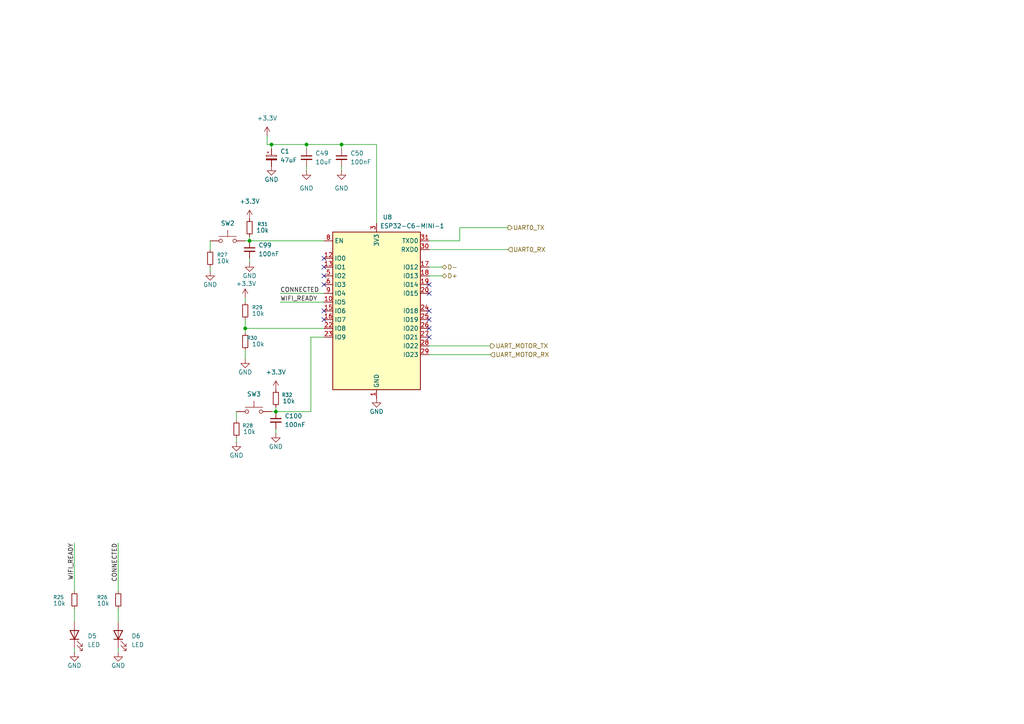
<source format=kicad_sch>
(kicad_sch (version 20250114) (generator "eeschema") (generator_version "9.0")
  (paper "A4")
  (lib_symbols
    (symbol "Device:C_Polarized_Small" (pin_numbers (hide yes)) (pin_names (offset 0.254) (hide yes))
      (property "Reference" "C" (at 0.254 1.778 0))
      (property "Value" "C_Polarized_Small" (at 0.254 -2.032 0))
      (symbol "C_Polarized_Small_0_1"
        (rectangle (start -1.524 0.6858) (end 1.524 0.3048))
        (rectangle (start -1.524 -0.3048) (end 1.524 -0.6858) (fill (type outline)))
        (polyline (pts (xy -1.27 1.524) (xy -0.762 1.524)))
        (polyline (pts (xy -1.016 1.27) (xy -1.016 1.778)))
      )
      (symbol "C_Polarized_Small_1_1"
        (pin passive line (at 0 2.54 270) (length 1.8542) (name "~") (number "1"))
        (pin passive line (at 0 -2.54 90) (length 1.8542) (name "~") (number "2"))
      )
    )
    (symbol "Device:C_Small" (pin_numbers (hide yes)) (pin_names (offset 0.254) (hide yes))
      (property "Reference" "C" (at 0.254 1.778 0))
      (property "Value" "C_Small" (at 0.254 -2.032 0))
      (symbol "C_Small_0_1"
        (polyline (pts (xy -1.524 0.508) (xy 1.524 0.508)) (stroke (width 0.3048)))
        (polyline (pts (xy -1.524 -0.508) (xy 1.524 -0.508)) (stroke (width 0.3302)))
      )
      (symbol "C_Small_1_1"
        (pin passive line (at 0 2.54 270) (length 2.032) (name "~") (number "1"))
        (pin passive line (at 0 -2.54 90) (length 2.032) (name "~") (number "2"))
      )
    )
    (symbol "Device:LED" (pin_numbers (hide yes)) (pin_names (offset 1.016) (hide yes))
      (property "Reference" "D" (at 0 2.54 0))
      (property "Value" "LED" (at 0 -2.54 0))
      (symbol "LED_0_1"
        (polyline (pts (xy -3.048 -0.762) (xy -4.572 -2.286) (xy -3.81 -2.286) (xy -4.572 -2.286) (xy -4.572 -1.524)))
        (polyline (pts (xy -1.778 -0.762) (xy -3.302 -2.286) (xy -2.54 -2.286) (xy -3.302 -2.286) (xy -3.302 -1.524)))
        (polyline (pts (xy -1.27 0) (xy 1.27 0)))
        (polyline (pts (xy -1.27 -1.27) (xy -1.27 1.27)) (stroke (width 0.254)))
        (polyline (pts (xy 1.27 -1.27) (xy 1.27 1.27) (xy -1.27 0) (xy 1.27 -1.27)) (stroke (width 0.254)))
      )
      (symbol "LED_1_1"
        (pin passive line (at -3.81 0 0) (length 2.54) (name "K") (number "1"))
        (pin passive line (at 3.81 0 180) (length 2.54) (name "A") (number "2"))
      )
    )
    (symbol "Device:R_Small" (pin_numbers (hide yes)) (pin_names (offset 0.254) (hide yes))
      (property "Reference" "R" (at 0 0 90))
      (property "Value" "R_Small" (at 1.778 0 90))
      (symbol "R_Small_0_1"
        (rectangle (start -0.762 1.778) (end 0.762 -1.778) (stroke (width 0.2032)))
      )
      (symbol "R_Small_1_1"
        (pin passive line (at 0 2.54 270) (length 0.762) (name "~") (number "1"))
        (pin passive line (at 0 -2.54 90) (length 0.762) (name "~") (number "2"))
      )
    )
    (symbol "RF_Module:ESP32-C6-MINI-1"
      (property "Reference" "U8" (at 1.778 27.178 0))
      (property "Value" "ESP32-C6-MINI-1" (at 1.016 24.638 0))
      (symbol "ESP32-C6-MINI-1_0_1"
        (rectangle (start -12.7 22.86) (end 12.7 -22.86) (stroke (width 0.254)) (fill (type background)))
      )
      (symbol "ESP32-C6-MINI-1_1_1"
        (pin input line (at -15.24 20.32 0) (length 2.54) (name "EN") (number "8"))
        (pin bidirectional line (at -15.24 15.24 0) (length 2.54) (name "IO0") (number "12"))
        (pin bidirectional line (at -15.24 12.7 0) (length 2.54) (name "IO1") (number "13"))
        (pin bidirectional line (at -15.24 10.16 0) (length 2.54) (name "IO2") (number "5"))
        (pin bidirectional line (at -15.24 7.62 0) (length 2.54) (name "IO3") (number "6"))
        (pin bidirectional line (at -15.24 5.08 0) (length 2.54) (name "IO4") (number "9"))
        (pin bidirectional line (at -15.24 2.54 0) (length 2.54) (name "IO5") (number "10"))
        (pin bidirectional line (at -15.24 0 0) (length 2.54) (name "IO6") (number "15"))
        (pin bidirectional line (at -15.24 -2.54 0) (length 2.54) (name "IO7") (number "16"))
        (pin bidirectional line (at -15.24 -5.08 0) (length 2.54) (name "IO8") (number "22"))
        (pin bidirectional line (at -15.24 -7.62 0) (length 2.54) (name "IO9") (number "23"))
        (pin no_connect line (at -12.7 -12.7 0) (length 2.54) (hide yes) (name "NC") (number "32"))
        (pin no_connect line (at -12.7 -15.24 0) (length 2.54) (hide yes) (name "NC") (number "33"))
        (pin no_connect line (at -12.7 -17.78 0) (length 2.54) (hide yes) (name "NC") (number "34"))
        (pin no_connect line (at -12.7 -20.32 0) (length 2.54) (hide yes) (name "NC") (number "35"))
        (pin power_in line (at 0 25.4 270) (length 2.54) (name "3V3") (number "3"))
        (pin power_in line (at 0 -25.4 90) (length 2.54) (name "GND") (number "1"))
        (pin passive line (at 0 -25.4 90) (length 2.54) (hide yes) (name "GND") (number "11"))
        (pin passive line (at 0 -25.4 90) (length 2.54) (hide yes) (name "GND") (number "14"))
        (pin passive line (at 0 -25.4 90) (length 2.54) (hide yes) (name "GND") (number "2"))
        (pin passive line (at 0 -25.4 90) (length 2.54) (hide yes) (name "GND") (number "36"))
        (pin passive line (at 0 -25.4 90) (length 2.54) (hide yes) (name "GND") (number "37"))
        (pin passive line (at 0 -25.4 90) (length 2.54) (hide yes) (name "GND") (number "38"))
        (pin passive line (at 0 -25.4 90) (length 2.54) (hide yes) (name "GND") (number "39"))
        (pin passive line (at 0 -25.4 90) (length 2.54) (hide yes) (name "GND") (number "40"))
        (pin passive line (at 0 -25.4 90) (length 2.54) (hide yes) (name "GND") (number "41"))
        (pin passive line (at 0 -25.4 90) (length 2.54) (hide yes) (name "GND") (number "42"))
        (pin passive line (at 0 -25.4 90) (length 2.54) (hide yes) (name "GND") (number "43"))
        (pin passive line (at 0 -25.4 90) (length 2.54) (hide yes) (name "GND") (number "44"))
        (pin passive line (at 0 -25.4 90) (length 2.54) (hide yes) (name "GND") (number "45"))
        (pin passive line (at 0 -25.4 90) (length 2.54) (hide yes) (name "GND") (number "46"))
        (pin passive line (at 0 -25.4 90) (length 2.54) (hide yes) (name "GND") (number "47"))
        (pin passive line (at 0 -25.4 90) (length 2.54) (hide yes) (name "GND") (number "48"))
        (pin passive line (at 0 -25.4 90) (length 2.54) (hide yes) (name "GND") (number "49"))
        (pin power_in line (at 0 -25.4 90) (length 2.54) (hide yes) (name "GND") (number "49_1"))
        (pin power_in line (at 0 -25.4 90) (length 2.54) (hide yes) (name "GND") (number "49_2"))
        (pin power_in line (at 0 -25.4 90) (length 2.54) (hide yes) (name "GND") (number "49_3"))
        (pin power_in line (at 0 -25.4 90) (length 2.54) (hide yes) (name "GND") (number "49_4"))
        (pin power_in line (at 0 -25.4 90) (length 2.54) (hide yes) (name "GND") (number "49_5"))
        (pin power_in line (at 0 -25.4 90) (length 2.54) (hide yes) (name "GND") (number "49_6"))
        (pin power_in line (at 0 -25.4 90) (length 2.54) (hide yes) (name "GND") (number "49_7"))
        (pin power_in line (at 0 -25.4 90) (length 2.54) (hide yes) (name "GND") (number "49_8"))
        (pin power_in line (at 0 -25.4 90) (length 2.54) (hide yes) (name "GND") (number "49_9"))
        (pin passive line (at 0 -25.4 90) (length 2.54) (hide yes) (name "GND") (number "50"))
        (pin passive line (at 0 -25.4 90) (length 2.54) (hide yes) (name "GND") (number "51"))
        (pin passive line (at 0 -25.4 90) (length 2.54) (hide yes) (name "GND") (number "52"))
        (pin passive line (at 0 -25.4 90) (length 2.54) (hide yes) (name "GND") (number "53"))
        (pin no_connect line (at 12.7 -15.24 180) (length 2.54) (hide yes) (name "NC") (number "4"))
        (pin no_connect line (at 12.7 -17.78 180) (length 2.54) (hide yes) (name "NC") (number "7"))
        (pin no_connect line (at 12.7 -20.32 180) (length 2.54) (hide yes) (name "NC") (number "21"))
        (pin bidirectional line (at 15.24 20.32 180) (length 2.54) (name "TXD0") (number "31"))
        (pin bidirectional line (at 15.24 17.78 180) (length 2.54) (name "RXD0") (number "30"))
        (pin bidirectional line (at 15.24 12.7 180) (length 2.54) (name "IO12") (number "17"))
        (pin bidirectional line (at 15.24 10.16 180) (length 2.54) (name "IO13") (number "18"))
        (pin bidirectional line (at 15.24 7.62 180) (length 2.54) (name "IO14") (number "19"))
        (pin bidirectional line (at 15.24 5.08 180) (length 2.54) (name "IO15") (number "20"))
        (pin bidirectional line (at 15.24 0 180) (length 2.54) (name "IO18") (number "24"))
        (pin bidirectional line (at 15.24 -2.54 180) (length 2.54) (name "IO19") (number "25"))
        (pin bidirectional line (at 15.24 -5.08 180) (length 2.54) (name "IO20") (number "26"))
        (pin bidirectional line (at 15.24 -7.62 180) (length 2.54) (name "IO21") (number "27"))
        (pin bidirectional line (at 15.24 -10.16 180) (length 2.54) (name "IO22") (number "28"))
        (pin bidirectional line (at 15.24 -12.7 180) (length 2.54) (name "IO23") (number "29"))
      )
    )
    (symbol "Switch:SW_Push" (pin_numbers (hide yes)) (pin_names (offset 1.016) (hide yes))
      (property "Reference" "SW" (at 1.27 2.54 0))
      (property "Value" "SW_Push" (at 0 -1.524 0))
      (symbol "SW_Push_0_1"
        (circle (center -2.032 0) (radius 0.508))
        (polyline (pts (xy 0 1.27) (xy 0 3.048)))
        (circle (center 2.032 0) (radius 0.508))
        (polyline (pts (xy 2.54 1.27) (xy -2.54 1.27)))
        (pin passive line (at -5.08 0 0) (length 2.54) (name "1") (number "1"))
        (pin passive line (at 5.08 0 180) (length 2.54) (name "2") (number "2"))
      )
    )
    (symbol "power:+3.3V" (power) (pin_numbers (hide yes)) (pin_names (offset 0) (hide yes))
      (property "Value" "+3.3V" (at 0 3.556 0))
      (symbol "+3.3V_0_1"
        (polyline (pts (xy -0.762 1.27) (xy 0 2.54)))
        (polyline (pts (xy 0 2.54) (xy 0.762 1.27)))
        (polyline (pts (xy 0 0) (xy 0 2.54)))
      )
      (symbol "+3.3V_1_1"
        (pin power_in line (at 0 0 90) (length 0) (name "~") (number "1"))
      )
    )
    (symbol "power:GND" (power) (pin_numbers (hide yes)) (pin_names (offset 0) (hide yes))
      (property "Value" "GND" (at 0 -3.81 0))
      (symbol "GND_0_1"
        (polyline (pts (xy 0 0) (xy 0 -1.27) (xy 1.27 -1.27) (xy 0 -2.54) (xy -1.27 -1.27) (xy 0 -1.27)))
      )
      (symbol "GND_1_1"
        (pin power_in line (at 0 0 270) (length 0) (name "~") (number "1"))
      )
    )
  )
  (junction (at 99.06 41.91))
  (junction (at 71.12 95.25))
  (junction (at 80.01 119.38))
  (junction (at 88.9 41.91))
  (junction (at 78.74 41.91))
  (junction (at 72.39 69.85))
  (no_connect (at 93.98 74.93))
  (no_connect (at 124.46 85.09))
  (no_connect (at 124.46 82.55))
  (no_connect (at 93.98 80.01))
  (no_connect (at 124.46 97.79))
  (no_connect (at 93.98 92.71))
  (no_connect (at 93.98 82.55))
  (no_connect (at 93.98 77.47))
  (no_connect (at 124.46 92.71))
  (no_connect (at 93.98 90.17))
  (no_connect (at 124.46 95.25))
  (no_connect (at 124.46 90.17))
  (wire (pts (xy 133.35 66.04) (xy 147.32 66.04)))
  (wire (pts (xy 71.12 92.71) (xy 71.12 95.25)))
  (wire (pts (xy 133.35 69.85) (xy 124.46 69.85)))
  (wire (pts (xy 81.28 85.09) (xy 93.98 85.09)))
  (wire (pts (xy 80.01 119.38) (xy 80.01 118.11)))
  (wire (pts (xy 109.22 41.91) (xy 109.22 64.77)))
  (wire (pts (xy 60.96 78.74) (xy 60.96 77.47)))
  (wire (pts (xy 78.74 119.38) (xy 80.01 119.38)))
  (wire (pts (xy 88.9 43.18) (xy 88.9 41.91)))
  (wire (pts (xy 34.29 157.48) (xy 34.29 171.45)))
  (wire (pts (xy 68.58 121.92) (xy 68.58 119.38)))
  (wire (pts (xy 72.39 69.85) (xy 93.98 69.85)))
  (wire (pts (xy 124.46 72.39) (xy 147.32 72.39)))
  (wire (pts (xy 71.12 104.14) (xy 71.12 101.6)))
  (wire (pts (xy 88.9 41.91) (xy 99.06 41.91)))
  (wire (pts (xy 124.46 102.87) (xy 142.24 102.87)))
  (wire (pts (xy 68.58 128.27) (xy 68.58 127)))
  (wire (pts (xy 90.17 119.38) (xy 90.17 97.79)))
  (wire (pts (xy 77.47 39.37) (xy 77.47 41.91)))
  (wire (pts (xy 78.74 41.91) (xy 88.9 41.91)))
  (wire (pts (xy 128.27 77.47) (xy 124.46 77.47)))
  (wire (pts (xy 72.39 74.93) (xy 72.39 76.2)))
  (wire (pts (xy 124.46 100.33) (xy 142.24 100.33)))
  (wire (pts (xy 90.17 97.79) (xy 93.98 97.79)))
  (wire (pts (xy 81.28 87.63) (xy 93.98 87.63)))
  (wire (pts (xy 71.12 96.52) (xy 71.12 95.25)))
  (wire (pts (xy 71.12 86.36) (xy 71.12 87.63)))
  (wire (pts (xy 72.39 69.85) (xy 72.39 68.58)))
  (wire (pts (xy 99.06 41.91) (xy 109.22 41.91)))
  (wire (pts (xy 133.35 66.04) (xy 133.35 69.85)))
  (wire (pts (xy 21.59 187.96) (xy 21.59 189.23)))
  (wire (pts (xy 71.12 69.85) (xy 72.39 69.85)))
  (wire (pts (xy 60.96 72.39) (xy 60.96 69.85)))
  (wire (pts (xy 71.12 95.25) (xy 93.98 95.25)))
  (wire (pts (xy 124.46 80.01) (xy 128.27 80.01)))
  (wire (pts (xy 78.74 41.91) (xy 78.74 43.18)))
  (wire (pts (xy 77.47 41.91) (xy 78.74 41.91)))
  (wire (pts (xy 21.59 157.48) (xy 21.59 171.45)))
  (wire (pts (xy 34.29 187.96) (xy 34.29 189.23)))
  (wire (pts (xy 34.29 180.34) (xy 34.29 176.53)))
  (wire (pts (xy 99.06 43.18) (xy 99.06 41.91)))
  (wire (pts (xy 21.59 180.34) (xy 21.59 176.53)))
  (wire (pts (xy 88.9 49.53) (xy 88.9 48.26)))
  (wire (pts (xy 99.06 49.53) (xy 99.06 48.26)))
  (wire (pts (xy 80.01 119.38) (xy 90.17 119.38)))
  (wire (pts (xy 80.01 124.46) (xy 80.01 125.73)))
  (label "CONNECTED" (at 34.29 157.48 270))
  (label "CONNECTED" (at 81.28 85.09 0))
  (label "WIFI_READY" (at 21.59 157.48 270))
  (label "WIFI_READY" (at 81.28 87.63 0))
  (hierarchical_label "D-" (shape bidirectional) (at 128.27 77.47 0))
  (hierarchical_label "UART0_TX" (shape output) (at 147.32 66.04 0))
  (hierarchical_label "UART0_RX" (shape input) (at 147.32 72.39 0))
  (hierarchical_label "D+" (shape bidirectional) (at 128.27 80.01 0))
  (hierarchical_label "UART_MOTOR_TX" (shape output) (at 142.24 100.33 0))
  (hierarchical_label "UART_MOTOR_RX" (shape input) (at 142.24 102.87 0))
  (symbol (lib_id "Device:R_Small") (at 68.58 124.46 180) (unit 1)
    (property "Reference" "R28" (at 73.406 123.444 0) (effects (font (size 1.016 1.016)) (justify left)))
    (property "Value" "10k" (at 74.168 125.222 0) (effects (justify left)))
    (property "Footprint" "Resistor_SMD:R_0603_1608Metric" (effects (hide yes)))
    (property "Description" "Resistor, small symbol" (effects (hide yes)))
    (property "LCSC" "C25804" (effects (hide yes)))
  )
  (symbol (lib_id "power:GND") (at 88.9 49.53 0) (unit 1)
    (property "Reference" "#PWR0117" (effects (hide yes)))
    (property "Value" "GND" (at 88.9 54.61 0))
    (property "Description" "Power symbol creates a global label with name \"GND\" , ground" (effects (hide yes)))
  )
  (symbol (lib_id "Device:R_Small") (at 80.01 115.57 180) (unit 1)
    (property "Reference" "R32" (at 84.836 114.554 0) (effects (font (size 1.016 1.016)) (justify left)))
    (property "Value" "10k" (at 85.598 116.332 0) (effects (justify left)))
    (property "Footprint" "Resistor_SMD:R_0603_1608Metric" (effects (hide yes)))
    (property "Description" "Resistor, small symbol" (effects (hide yes)))
    (property "LCSC" "C25804" (effects (hide yes)))
  )
  (symbol (lib_id "power:GND") (at 80.01 125.73 0) (unit 1)
    (property "Reference" "#PWR0212" (effects (hide yes)))
    (property "Value" "GND" (at 80.01 129.54 0))
    (property "Description" "Power symbol creates a global label with name \"GND\" , ground" (effects (hide yes)))
  )
  (symbol (lib_id "power:GND") (at 71.12 104.14 0) (unit 1)
    (property "Reference" "#PWR0113" (effects (hide yes)))
    (property "Value" "GND" (at 71.12 107.95 0))
    (property "Description" "Power symbol creates a global label with name \"GND\" , ground" (effects (hide yes)))
  )
  (symbol (lib_id "power:+3.3V") (at 71.12 86.36 0) (unit 1)
    (property "Reference" "#PWR0112" (effects (hide yes)))
    (property "Value" "+3.3V" (at 71.374 82.296 0))
    (property "Description" "Power symbol creates a global label with name \"+3.3V\"" (effects (hide yes)))
  )
  (symbol (lib_id "Device:C_Polarized_Small") (at 78.74 45.72 0) (unit 1)
    (property "Reference" "C1" (at 81.28 43.9038 0) (effects (justify left)))
    (property "Value" "47uF" (at 81.28 46.4438 0) (effects (justify left)))
    (property "Footprint" "Capacitor_Tantalum_SMD:CP_EIA-6032-15_Kemet-U" (effects (hide yes)))
    (property "Description" "Polarized capacitor, small symbol" (effects (hide yes)))
  )
  (symbol (lib_id "Device:LED") (at 21.59 184.15 90) (unit 1)
    (property "Reference" "D5" (at 25.4 184.4674 90) (effects (justify right)))
    (property "Value" "LED" (at 25.4 187.0074 90) (effects (justify right)))
    (property "Footprint" "LED_SMD:LED_0603_1608Metric" (effects (hide yes)))
    (property "Description" "RED" (effects (hide yes)))
    (property "LCSC" "C2286" (effects (hide yes)))
  )
  (symbol (lib_id "power:+3.3V") (at 77.47 39.37 0) (unit 1)
    (property "Reference" "#PWR0116" (effects (hide yes)))
    (property "Value" "+3.3V" (at 77.47 34.29 0))
    (property "Description" "Power symbol creates a global label with name \"+3.3V\"" (effects (hide yes)))
  )
  (symbol (lib_id "power:GND") (at 60.96 78.74 0) (unit 1)
    (property "Reference" "#PWR0110" (effects (hide yes)))
    (property "Value" "GND" (at 60.96 82.55 0))
    (property "Description" "Power symbol creates a global label with name \"GND\" , ground" (effects (hide yes)))
  )
  (symbol (lib_id "power:GND") (at 21.59 189.23 0) (unit 1)
    (property "Reference" "#PWR0108" (effects (hide yes)))
    (property "Value" "GND" (at 21.59 193.04 0))
    (property "Description" "Power symbol creates a global label with name \"GND\" , ground" (effects (hide yes)))
  )
  (symbol (lib_id "Device:C_Small") (at 99.06 45.72 0) (unit 1)
    (property "Reference" "C50" (at 101.6 44.4562 0) (effects (justify left)))
    (property "Value" "100nF" (at 101.6 46.9962 0) (effects (justify left)))
    (property "Footprint" "Capacitor_SMD:C_0603_1608Metric" (effects (hide yes)))
    (property "Description" "Unpolarized capacitor, small symbol" (effects (hide yes)))
    (property "LCSC" "C14663" (effects (hide yes)))
  )
  (symbol (lib_id "power:GND") (at 68.58 128.27 0) (unit 1)
    (property "Reference" "#PWR0111" (effects (hide yes)))
    (property "Value" "GND" (at 68.58 132.08 0))
    (property "Description" "Power symbol creates a global label with name \"GND\" , ground" (effects (hide yes)))
  )
  (symbol (lib_id "Device:LED") (at 34.29 184.15 90) (unit 1)
    (property "Reference" "D6" (at 38.1 184.4674 90) (effects (justify right)))
    (property "Value" "LED" (at 38.1 187.0074 90) (effects (justify right)))
    (property "Footprint" "LED_SMD:LED_0603_1608Metric" (effects (hide yes)))
    (property "Description" "WHITE" (effects (hide yes)))
    (property "LCSC" "C2286" (effects (hide yes)))
  )
  (symbol (lib_id "Device:R_Small") (at 34.29 173.99 180) (unit 1)
    (property "Reference" "R26" (at 31.242 173.228 0) (effects (font (size 1.016 1.016)) (justify left)))
    (property "Value" "10k" (at 31.75 175.006 0) (effects (justify left)))
    (property "Footprint" "Resistor_SMD:R_0603_1608Metric" (effects (hide yes)))
    (property "Description" "Resistor, small symbol" (effects (hide yes)))
    (property "LCSC" "C25804" (effects (hide yes)))
  )
  (symbol (lib_id "Switch:SW_Push") (at 66.04 69.85 0) (unit 1)
    (property "Reference" "SW2" (at 66.04 64.77 0))
    (property "Value" "SW_Push" (effects (hide yes)))
    (property "Footprint" "Button_Switch_SMD:SW_SPST_TL3342" (effects (hide yes)))
    (property "Description" "Push button switch, generic, two pins" (effects (hide yes)))
  )
  (symbol (lib_id "Device:C_Small") (at 88.9 45.72 0) (unit 1)
    (property "Reference" "C49" (at 91.44 44.4562 0) (effects (justify left)))
    (property "Value" "10uF" (at 91.44 46.9962 0) (effects (justify left)))
    (property "Footprint" "Capacitor_SMD:C_0603_1608Metric" (effects (hide yes)))
    (property "Description" "Unpolarized capacitor, small symbol" (effects (hide yes)))
    (property "LCSC" "C96446" (effects (hide yes)))
  )
  (symbol (lib_id "Device:R_Small") (at 72.39 66.04 180) (unit 1)
    (property "Reference" "R31" (at 77.724 65.024 0) (effects (font (size 1.016 1.016)) (justify left)))
    (property "Value" "10k" (at 77.978 66.802 0) (effects (justify left)))
    (property "Footprint" "Resistor_SMD:R_0603_1608Metric" (effects (hide yes)))
    (property "Description" "Resistor, small symbol" (effects (hide yes)))
    (property "LCSC" "C25804" (effects (hide yes)))
  )
  (symbol (lib_id "Device:C_Small") (at 72.39 72.39 0) (unit 1)
    (property "Reference" "C99" (at 74.93 71.1262 0) (effects (justify left)))
    (property "Value" "100nF" (at 74.93 73.6662 0) (effects (justify left)))
    (property "Footprint" "Capacitor_SMD:C_0603_1608Metric" (effects (hide yes)))
    (property "Description" "Unpolarized capacitor, small symbol" (effects (hide yes)))
    (property "LCSC" "C14663" (effects (hide yes)))
  )
  (symbol (lib_id "power:GND") (at 78.74 48.26 0) (unit 1)
    (property "Reference" "#PWR0147" (effects (hide yes)))
    (property "Value" "GND" (at 78.74 52.07 0))
    (property "Description" "Power symbol creates a global label with name \"GND\" , ground" (effects (hide yes)))
  )
  (symbol (lib_id "Device:R_Small") (at 71.12 90.17 180) (unit 1)
    (property "Reference" "R29" (at 76.2 89.154 0) (effects (font (size 1.016 1.016)) (justify left)))
    (property "Value" "10k" (at 76.708 90.932 0) (effects (justify left)))
    (property "Footprint" "Resistor_SMD:R_0603_1608Metric" (effects (hide yes)))
    (property "Description" "Resistor, small symbol" (effects (hide yes)))
    (property "LCSC" "C25804" (effects (hide yes)))
  )
  (symbol (lib_id "power:GND") (at 109.22 115.57 0) (unit 1)
    (property "Reference" "#PWR0119" (effects (hide yes)))
    (property "Value" "GND" (at 109.22 119.38 0))
    (property "Description" "Power symbol creates a global label with name \"GND\" , ground" (effects (hide yes)))
  )
  (symbol (lib_id "power:GND") (at 34.29 189.23 0) (unit 1)
    (property "Reference" "#PWR0109" (effects (hide yes)))
    (property "Value" "GND" (at 34.29 193.04 0))
    (property "Description" "Power symbol creates a global label with name \"GND\" , ground" (effects (hide yes)))
  )
  (symbol (lib_id "Switch:SW_Push") (at 73.66 119.38 0) (unit 1)
    (property "Reference" "SW3" (at 73.66 114.3 0))
    (property "Value" "SW_Push" (effects (hide yes)))
    (property "Footprint" "Button_Switch_SMD:SW_SPST_TL3342" (effects (hide yes)))
    (property "Description" "Push button switch, generic, two pins" (effects (hide yes)))
  )
  (symbol (lib_id "Device:C_Small") (at 80.01 121.92 0) (unit 1)
    (property "Reference" "C100" (at 82.55 120.6562 0) (effects (justify left)))
    (property "Value" "100nF" (at 82.55 123.1962 0) (effects (justify left)))
    (property "Footprint" "Capacitor_SMD:C_0603_1608Metric" (effects (hide yes)))
    (property "Description" "Unpolarized capacitor, small symbol" (effects (hide yes)))
    (property "LCSC" "C14663" (effects (hide yes)))
  )
  (symbol (lib_id "Device:R_Small") (at 71.12 99.06 180) (unit 1)
    (property "Reference" "R30" (at 74.676 98.044 0) (effects (font (size 1.016 1.016)) (justify left)))
    (property "Value" "10k" (at 76.708 99.822 0) (effects (justify left)))
    (property "Footprint" "Resistor_SMD:R_0603_1608Metric" (effects (hide yes)))
    (property "Description" "Resistor, small symbol" (effects (hide yes)))
    (property "LCSC" "C25804" (effects (hide yes)))
  )
  (symbol (lib_id "RF_Module:ESP32-C6-MINI-1") (at 109.22 90.17 0) (unit 1)
    (property "Reference" "U8" (at 110.998 62.992 0) (effects (justify left)))
    (property "Value" "ESP32-C6-MINI-1" (at 110.236 65.532 0) (effects (justify left)))
    (property "Footprint" "bldc_driver_footprint:XCVR_ESP32-C6-MINI-1-H4" (effects (hide yes)))
    (property "Datasheet" "https://www.espressif.com/sites/default/files/documentation/esp32-c6-mini-1_mini-1u_datasheet_en.pdf" (effects (hide yes)))
    (property "Description" "RF Module, ESP32-C6 SoC, Wi-Fi 802.11b/g/n/ax, Bluetooth, BLE, Zigbee, Thread, 32-bit, 3.3V, SMD, onboard antenna" (effects (hide yes)))
  )
  (symbol (lib_id "power:GND") (at 72.39 76.2 0) (unit 1)
    (property "Reference" "#PWR0211" (effects (hide yes)))
    (property "Value" "GND" (at 72.39 80.01 0))
    (property "Description" "Power symbol creates a global label with name \"GND\" , ground" (effects (hide yes)))
  )
  (symbol (lib_id "power:GND") (at 99.06 49.53 0) (unit 1)
    (property "Reference" "#PWR0118" (effects (hide yes)))
    (property "Value" "GND" (at 99.06 54.61 0))
    (property "Description" "Power symbol creates a global label with name \"GND\" , ground" (effects (hide yes)))
  )
  (symbol (lib_id "power:+3.3V") (at 80.01 113.03 0) (unit 1)
    (property "Reference" "#PWR0115" (effects (hide yes)))
    (property "Value" "+3.3V" (at 80.01 107.95 0))
    (property "Description" "Power symbol creates a global label with name \"+3.3V\"" (effects (hide yes)))
  )
  (symbol (lib_id "Device:R_Small") (at 60.96 74.93 180) (unit 1)
    (property "Reference" "R27" (at 66.04 73.914 0) (effects (font (size 1.016 1.016)) (justify left)))
    (property "Value" "10k" (at 66.548 75.692 0) (effects (justify left)))
    (property "Footprint" "Resistor_SMD:R_0603_1608Metric" (effects (hide yes)))
    (property "Description" "Resistor, small symbol" (effects (hide yes)))
    (property "LCSC" "C25804" (effects (hide yes)))
  )
  (symbol (lib_id "Device:R_Small") (at 21.59 173.99 180) (unit 1)
    (property "Reference" "R25" (at 18.542 173.228 0) (effects (font (size 1.016 1.016)) (justify left)))
    (property "Value" "10k" (at 19.05 175.006 0) (effects (justify left)))
    (property "Footprint" "Resistor_SMD:R_0603_1608Metric" (effects (hide yes)))
    (property "Description" "Resistor, small symbol" (effects (hide yes)))
    (property "LCSC" "C25804" (effects (hide yes)))
  )
  (symbol (lib_id "power:+3.3V") (at 72.39 63.5 0) (unit 1)
    (property "Reference" "#PWR0114" (effects (hide yes)))
    (property "Value" "+3.3V" (at 72.39 58.42 0))
    (property "Description" "Power symbol creates a global label with name \"+3.3V\"" (effects (hide yes)))
  )
)
</source>
